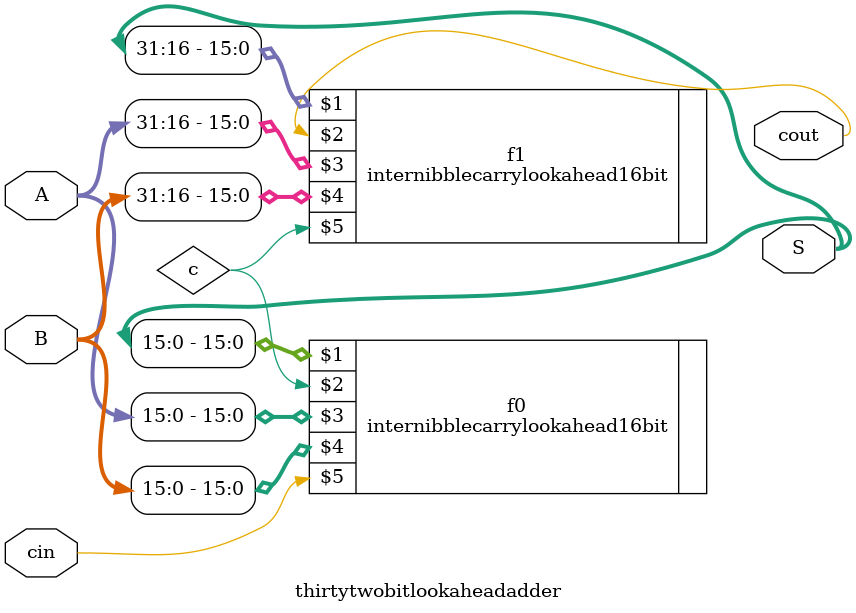
<source format=v>
`timescale 1ns / 1ps
module thirtytwobitlookaheadadder(output [31:0]S, output cout, input [31:0]A, input [31:0]B, input cin);
	wire c;
	internibblecarrylookahead16bit f0 (S[15:0], c, A[15:0], B[15:0], cin);
	internibblecarrylookahead16bit f1 (S[31:16], cout, A[31:16], B[31:16], c);
endmodule

</source>
